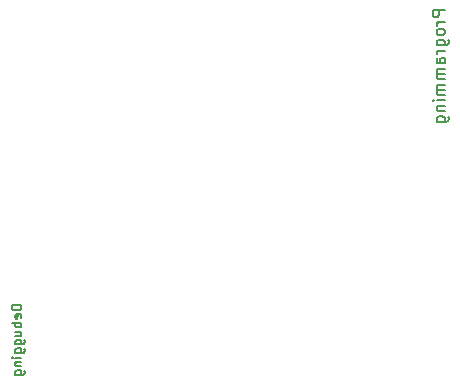
<source format=gbr>
%TF.GenerationSoftware,KiCad,Pcbnew,9.0.1*%
%TF.CreationDate,2025-06-23T13:00:01-04:00*%
%TF.ProjectId,Colossus_TI_rev_B,436f6c6f-7373-4757-935f-54495f726576,rev?*%
%TF.SameCoordinates,Original*%
%TF.FileFunction,Legend,Bot*%
%TF.FilePolarity,Positive*%
%FSLAX46Y46*%
G04 Gerber Fmt 4.6, Leading zero omitted, Abs format (unit mm)*
G04 Created by KiCad (PCBNEW 9.0.1) date 2025-06-23 13:00:01*
%MOMM*%
%LPD*%
G01*
G04 APERTURE LIST*
%ADD10C,0.152400*%
G04 APERTURE END LIST*
D10*
X76212603Y-75503786D02*
X75399803Y-75503786D01*
X75399803Y-75503786D02*
X75399803Y-75697310D01*
X75399803Y-75697310D02*
X75438508Y-75813424D01*
X75438508Y-75813424D02*
X75515918Y-75890834D01*
X75515918Y-75890834D02*
X75593327Y-75929539D01*
X75593327Y-75929539D02*
X75748146Y-75968243D01*
X75748146Y-75968243D02*
X75864260Y-75968243D01*
X75864260Y-75968243D02*
X76019079Y-75929539D01*
X76019079Y-75929539D02*
X76096489Y-75890834D01*
X76096489Y-75890834D02*
X76173899Y-75813424D01*
X76173899Y-75813424D02*
X76212603Y-75697310D01*
X76212603Y-75697310D02*
X76212603Y-75503786D01*
X76173899Y-76626224D02*
X76212603Y-76548815D01*
X76212603Y-76548815D02*
X76212603Y-76393996D01*
X76212603Y-76393996D02*
X76173899Y-76316586D01*
X76173899Y-76316586D02*
X76096489Y-76277882D01*
X76096489Y-76277882D02*
X75786851Y-76277882D01*
X75786851Y-76277882D02*
X75709441Y-76316586D01*
X75709441Y-76316586D02*
X75670737Y-76393996D01*
X75670737Y-76393996D02*
X75670737Y-76548815D01*
X75670737Y-76548815D02*
X75709441Y-76626224D01*
X75709441Y-76626224D02*
X75786851Y-76664929D01*
X75786851Y-76664929D02*
X75864260Y-76664929D01*
X75864260Y-76664929D02*
X75941670Y-76277882D01*
X76212603Y-77013272D02*
X75399803Y-77013272D01*
X75709441Y-77013272D02*
X75670737Y-77090682D01*
X75670737Y-77090682D02*
X75670737Y-77245501D01*
X75670737Y-77245501D02*
X75709441Y-77322910D01*
X75709441Y-77322910D02*
X75748146Y-77361615D01*
X75748146Y-77361615D02*
X75825556Y-77400320D01*
X75825556Y-77400320D02*
X76057784Y-77400320D01*
X76057784Y-77400320D02*
X76135194Y-77361615D01*
X76135194Y-77361615D02*
X76173899Y-77322910D01*
X76173899Y-77322910D02*
X76212603Y-77245501D01*
X76212603Y-77245501D02*
X76212603Y-77090682D01*
X76212603Y-77090682D02*
X76173899Y-77013272D01*
X75670737Y-78097005D02*
X76212603Y-78097005D01*
X75670737Y-77748662D02*
X76096489Y-77748662D01*
X76096489Y-77748662D02*
X76173899Y-77787367D01*
X76173899Y-77787367D02*
X76212603Y-77864777D01*
X76212603Y-77864777D02*
X76212603Y-77980891D01*
X76212603Y-77980891D02*
X76173899Y-78058300D01*
X76173899Y-78058300D02*
X76135194Y-78097005D01*
X75670737Y-78832395D02*
X76328718Y-78832395D01*
X76328718Y-78832395D02*
X76406127Y-78793690D01*
X76406127Y-78793690D02*
X76444832Y-78754986D01*
X76444832Y-78754986D02*
X76483537Y-78677576D01*
X76483537Y-78677576D02*
X76483537Y-78561462D01*
X76483537Y-78561462D02*
X76444832Y-78484052D01*
X76173899Y-78832395D02*
X76212603Y-78754986D01*
X76212603Y-78754986D02*
X76212603Y-78600167D01*
X76212603Y-78600167D02*
X76173899Y-78522757D01*
X76173899Y-78522757D02*
X76135194Y-78484052D01*
X76135194Y-78484052D02*
X76057784Y-78445348D01*
X76057784Y-78445348D02*
X75825556Y-78445348D01*
X75825556Y-78445348D02*
X75748146Y-78484052D01*
X75748146Y-78484052D02*
X75709441Y-78522757D01*
X75709441Y-78522757D02*
X75670737Y-78600167D01*
X75670737Y-78600167D02*
X75670737Y-78754986D01*
X75670737Y-78754986D02*
X75709441Y-78832395D01*
X75670737Y-79567785D02*
X76328718Y-79567785D01*
X76328718Y-79567785D02*
X76406127Y-79529080D01*
X76406127Y-79529080D02*
X76444832Y-79490376D01*
X76444832Y-79490376D02*
X76483537Y-79412966D01*
X76483537Y-79412966D02*
X76483537Y-79296852D01*
X76483537Y-79296852D02*
X76444832Y-79219442D01*
X76173899Y-79567785D02*
X76212603Y-79490376D01*
X76212603Y-79490376D02*
X76212603Y-79335557D01*
X76212603Y-79335557D02*
X76173899Y-79258147D01*
X76173899Y-79258147D02*
X76135194Y-79219442D01*
X76135194Y-79219442D02*
X76057784Y-79180738D01*
X76057784Y-79180738D02*
X75825556Y-79180738D01*
X75825556Y-79180738D02*
X75748146Y-79219442D01*
X75748146Y-79219442D02*
X75709441Y-79258147D01*
X75709441Y-79258147D02*
X75670737Y-79335557D01*
X75670737Y-79335557D02*
X75670737Y-79490376D01*
X75670737Y-79490376D02*
X75709441Y-79567785D01*
X76212603Y-79954832D02*
X75670737Y-79954832D01*
X75399803Y-79954832D02*
X75438508Y-79916128D01*
X75438508Y-79916128D02*
X75477213Y-79954832D01*
X75477213Y-79954832D02*
X75438508Y-79993537D01*
X75438508Y-79993537D02*
X75399803Y-79954832D01*
X75399803Y-79954832D02*
X75477213Y-79954832D01*
X75670737Y-80341880D02*
X76212603Y-80341880D01*
X75748146Y-80341880D02*
X75709441Y-80380585D01*
X75709441Y-80380585D02*
X75670737Y-80457995D01*
X75670737Y-80457995D02*
X75670737Y-80574109D01*
X75670737Y-80574109D02*
X75709441Y-80651518D01*
X75709441Y-80651518D02*
X75786851Y-80690223D01*
X75786851Y-80690223D02*
X76212603Y-80690223D01*
X75670737Y-81425613D02*
X76328718Y-81425613D01*
X76328718Y-81425613D02*
X76406127Y-81386908D01*
X76406127Y-81386908D02*
X76444832Y-81348204D01*
X76444832Y-81348204D02*
X76483537Y-81270794D01*
X76483537Y-81270794D02*
X76483537Y-81154680D01*
X76483537Y-81154680D02*
X76444832Y-81077270D01*
X76173899Y-81425613D02*
X76212603Y-81348204D01*
X76212603Y-81348204D02*
X76212603Y-81193385D01*
X76212603Y-81193385D02*
X76173899Y-81115975D01*
X76173899Y-81115975D02*
X76135194Y-81077270D01*
X76135194Y-81077270D02*
X76057784Y-81038566D01*
X76057784Y-81038566D02*
X75825556Y-81038566D01*
X75825556Y-81038566D02*
X75748146Y-81077270D01*
X75748146Y-81077270D02*
X75709441Y-81115975D01*
X75709441Y-81115975D02*
X75670737Y-81193385D01*
X75670737Y-81193385D02*
X75670737Y-81348204D01*
X75670737Y-81348204D02*
X75709441Y-81425613D01*
X112039694Y-50558358D02*
X111039694Y-50558358D01*
X111039694Y-50558358D02*
X111039694Y-50939310D01*
X111039694Y-50939310D02*
X111087313Y-51034548D01*
X111087313Y-51034548D02*
X111134932Y-51082167D01*
X111134932Y-51082167D02*
X111230170Y-51129786D01*
X111230170Y-51129786D02*
X111373027Y-51129786D01*
X111373027Y-51129786D02*
X111468265Y-51082167D01*
X111468265Y-51082167D02*
X111515884Y-51034548D01*
X111515884Y-51034548D02*
X111563503Y-50939310D01*
X111563503Y-50939310D02*
X111563503Y-50558358D01*
X112039694Y-51558358D02*
X111373027Y-51558358D01*
X111563503Y-51558358D02*
X111468265Y-51605977D01*
X111468265Y-51605977D02*
X111420646Y-51653596D01*
X111420646Y-51653596D02*
X111373027Y-51748834D01*
X111373027Y-51748834D02*
X111373027Y-51844072D01*
X112039694Y-52320263D02*
X111992075Y-52225025D01*
X111992075Y-52225025D02*
X111944455Y-52177406D01*
X111944455Y-52177406D02*
X111849217Y-52129787D01*
X111849217Y-52129787D02*
X111563503Y-52129787D01*
X111563503Y-52129787D02*
X111468265Y-52177406D01*
X111468265Y-52177406D02*
X111420646Y-52225025D01*
X111420646Y-52225025D02*
X111373027Y-52320263D01*
X111373027Y-52320263D02*
X111373027Y-52463120D01*
X111373027Y-52463120D02*
X111420646Y-52558358D01*
X111420646Y-52558358D02*
X111468265Y-52605977D01*
X111468265Y-52605977D02*
X111563503Y-52653596D01*
X111563503Y-52653596D02*
X111849217Y-52653596D01*
X111849217Y-52653596D02*
X111944455Y-52605977D01*
X111944455Y-52605977D02*
X111992075Y-52558358D01*
X111992075Y-52558358D02*
X112039694Y-52463120D01*
X112039694Y-52463120D02*
X112039694Y-52320263D01*
X111373027Y-53510739D02*
X112182551Y-53510739D01*
X112182551Y-53510739D02*
X112277789Y-53463120D01*
X112277789Y-53463120D02*
X112325408Y-53415501D01*
X112325408Y-53415501D02*
X112373027Y-53320263D01*
X112373027Y-53320263D02*
X112373027Y-53177406D01*
X112373027Y-53177406D02*
X112325408Y-53082168D01*
X111992075Y-53510739D02*
X112039694Y-53415501D01*
X112039694Y-53415501D02*
X112039694Y-53225025D01*
X112039694Y-53225025D02*
X111992075Y-53129787D01*
X111992075Y-53129787D02*
X111944455Y-53082168D01*
X111944455Y-53082168D02*
X111849217Y-53034549D01*
X111849217Y-53034549D02*
X111563503Y-53034549D01*
X111563503Y-53034549D02*
X111468265Y-53082168D01*
X111468265Y-53082168D02*
X111420646Y-53129787D01*
X111420646Y-53129787D02*
X111373027Y-53225025D01*
X111373027Y-53225025D02*
X111373027Y-53415501D01*
X111373027Y-53415501D02*
X111420646Y-53510739D01*
X112039694Y-53986930D02*
X111373027Y-53986930D01*
X111563503Y-53986930D02*
X111468265Y-54034549D01*
X111468265Y-54034549D02*
X111420646Y-54082168D01*
X111420646Y-54082168D02*
X111373027Y-54177406D01*
X111373027Y-54177406D02*
X111373027Y-54272644D01*
X112039694Y-55034549D02*
X111515884Y-55034549D01*
X111515884Y-55034549D02*
X111420646Y-54986930D01*
X111420646Y-54986930D02*
X111373027Y-54891692D01*
X111373027Y-54891692D02*
X111373027Y-54701216D01*
X111373027Y-54701216D02*
X111420646Y-54605978D01*
X111992075Y-55034549D02*
X112039694Y-54939311D01*
X112039694Y-54939311D02*
X112039694Y-54701216D01*
X112039694Y-54701216D02*
X111992075Y-54605978D01*
X111992075Y-54605978D02*
X111896836Y-54558359D01*
X111896836Y-54558359D02*
X111801598Y-54558359D01*
X111801598Y-54558359D02*
X111706360Y-54605978D01*
X111706360Y-54605978D02*
X111658741Y-54701216D01*
X111658741Y-54701216D02*
X111658741Y-54939311D01*
X111658741Y-54939311D02*
X111611122Y-55034549D01*
X112039694Y-55510740D02*
X111373027Y-55510740D01*
X111468265Y-55510740D02*
X111420646Y-55558359D01*
X111420646Y-55558359D02*
X111373027Y-55653597D01*
X111373027Y-55653597D02*
X111373027Y-55796454D01*
X111373027Y-55796454D02*
X111420646Y-55891692D01*
X111420646Y-55891692D02*
X111515884Y-55939311D01*
X111515884Y-55939311D02*
X112039694Y-55939311D01*
X111515884Y-55939311D02*
X111420646Y-55986930D01*
X111420646Y-55986930D02*
X111373027Y-56082168D01*
X111373027Y-56082168D02*
X111373027Y-56225025D01*
X111373027Y-56225025D02*
X111420646Y-56320264D01*
X111420646Y-56320264D02*
X111515884Y-56367883D01*
X111515884Y-56367883D02*
X112039694Y-56367883D01*
X112039694Y-56844073D02*
X111373027Y-56844073D01*
X111468265Y-56844073D02*
X111420646Y-56891692D01*
X111420646Y-56891692D02*
X111373027Y-56986930D01*
X111373027Y-56986930D02*
X111373027Y-57129787D01*
X111373027Y-57129787D02*
X111420646Y-57225025D01*
X111420646Y-57225025D02*
X111515884Y-57272644D01*
X111515884Y-57272644D02*
X112039694Y-57272644D01*
X111515884Y-57272644D02*
X111420646Y-57320263D01*
X111420646Y-57320263D02*
X111373027Y-57415501D01*
X111373027Y-57415501D02*
X111373027Y-57558358D01*
X111373027Y-57558358D02*
X111420646Y-57653597D01*
X111420646Y-57653597D02*
X111515884Y-57701216D01*
X111515884Y-57701216D02*
X112039694Y-57701216D01*
X112039694Y-58177406D02*
X111373027Y-58177406D01*
X111039694Y-58177406D02*
X111087313Y-58129787D01*
X111087313Y-58129787D02*
X111134932Y-58177406D01*
X111134932Y-58177406D02*
X111087313Y-58225025D01*
X111087313Y-58225025D02*
X111039694Y-58177406D01*
X111039694Y-58177406D02*
X111134932Y-58177406D01*
X111373027Y-58653596D02*
X112039694Y-58653596D01*
X111468265Y-58653596D02*
X111420646Y-58701215D01*
X111420646Y-58701215D02*
X111373027Y-58796453D01*
X111373027Y-58796453D02*
X111373027Y-58939310D01*
X111373027Y-58939310D02*
X111420646Y-59034548D01*
X111420646Y-59034548D02*
X111515884Y-59082167D01*
X111515884Y-59082167D02*
X112039694Y-59082167D01*
X111373027Y-59986929D02*
X112182551Y-59986929D01*
X112182551Y-59986929D02*
X112277789Y-59939310D01*
X112277789Y-59939310D02*
X112325408Y-59891691D01*
X112325408Y-59891691D02*
X112373027Y-59796453D01*
X112373027Y-59796453D02*
X112373027Y-59653596D01*
X112373027Y-59653596D02*
X112325408Y-59558358D01*
X111992075Y-59986929D02*
X112039694Y-59891691D01*
X112039694Y-59891691D02*
X112039694Y-59701215D01*
X112039694Y-59701215D02*
X111992075Y-59605977D01*
X111992075Y-59605977D02*
X111944455Y-59558358D01*
X111944455Y-59558358D02*
X111849217Y-59510739D01*
X111849217Y-59510739D02*
X111563503Y-59510739D01*
X111563503Y-59510739D02*
X111468265Y-59558358D01*
X111468265Y-59558358D02*
X111420646Y-59605977D01*
X111420646Y-59605977D02*
X111373027Y-59701215D01*
X111373027Y-59701215D02*
X111373027Y-59891691D01*
X111373027Y-59891691D02*
X111420646Y-59986929D01*
M02*

</source>
